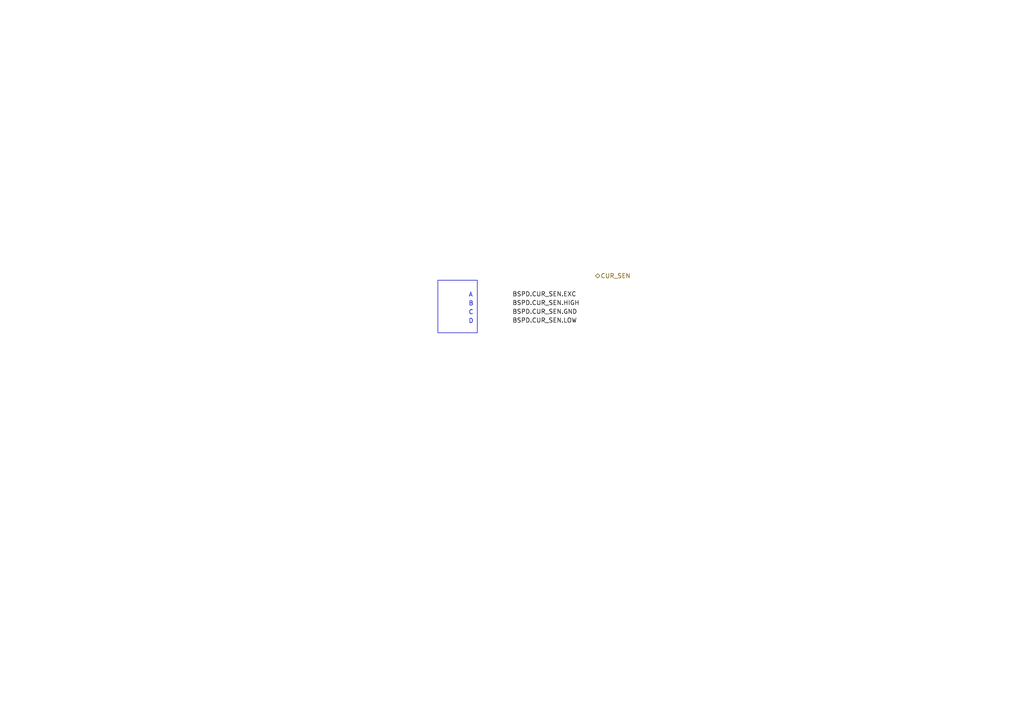
<source format=kicad_sch>
(kicad_sch
	(version 20231120)
	(generator "eeschema")
	(generator_version "8.0")
	(uuid "f8a3e18a-9552-4cff-9273-e23631957814")
	(paper "A4")
	(title_block
		(title "DEVICE - CURRENT SENSOR")
	)
	(lib_symbols)
	(rectangle
		(start 127 81.28)
		(end 138.43 96.52)
		(stroke
			(width 0)
			(type default)
		)
		(fill
			(type none)
		)
		(uuid 0002e077-96cf-42a0-b3cc-8eb9a2954e14)
	)
	(text "C"
		(exclude_from_sim no)
		(at 135.89 91.44 0)
		(effects
			(font
				(size 1.27 1.27)
			)
			(justify left bottom)
		)
		(uuid "617008e7-87e3-443a-978a-e51045d6840a")
	)
	(text "A"
		(exclude_from_sim no)
		(at 135.89 86.36 0)
		(effects
			(font
				(size 1.27 1.27)
			)
			(justify left bottom)
		)
		(uuid "6f8698e4-6c8e-4e96-a5b8-495c452b3518")
	)
	(text "B"
		(exclude_from_sim no)
		(at 135.89 88.9 0)
		(effects
			(font
				(size 1.27 1.27)
			)
			(justify left bottom)
		)
		(uuid "78c60ea3-66ab-4473-92ed-7f2bae650535")
	)
	(text "D"
		(exclude_from_sim no)
		(at 135.89 93.98 0)
		(effects
			(font
				(size 1.27 1.27)
			)
			(justify left bottom)
		)
		(uuid "fd8f9e4b-fc8e-4f12-95db-014f58d17f65")
	)
	(label "BSPD.CUR_SEN.LOW"
		(at 148.59 93.98 0)
		(fields_autoplaced yes)
		(effects
			(font
				(size 1.27 1.27)
			)
			(justify left bottom)
		)
		(uuid "4955d481-afff-4acc-9e80-8155d1ef3e28")
	)
	(label "BSPD.CUR_SEN.GND"
		(at 148.59 91.44 0)
		(fields_autoplaced yes)
		(effects
			(font
				(size 1.27 1.27)
			)
			(justify left bottom)
		)
		(uuid "556e922d-e712-471b-8dca-3df1abc2f08c")
	)
	(label "BSPD.CUR_SEN.HIGH"
		(at 148.59 88.9 0)
		(fields_autoplaced yes)
		(effects
			(font
				(size 1.27 1.27)
			)
			(justify left bottom)
		)
		(uuid "73e96752-0c3a-4fb2-84e3-40b3504e9b1d")
	)
	(label "BSPD.CUR_SEN.EXC"
		(at 148.59 86.36 0)
		(fields_autoplaced yes)
		(effects
			(font
				(size 1.27 1.27)
			)
			(justify left bottom)
		)
		(uuid "d1128229-ef98-4720-9e76-b55fc8c855b2")
	)
	(hierarchical_label "CUR_SEN"
		(shape bidirectional)
		(at 172.72 80.01 0)
		(fields_autoplaced yes)
		(effects
			(font
				(size 1.27 1.27)
			)
			(justify left)
		)
		(uuid "1ad88b33-9706-4e9c-875b-0f7d725cc298")
	)
)

</source>
